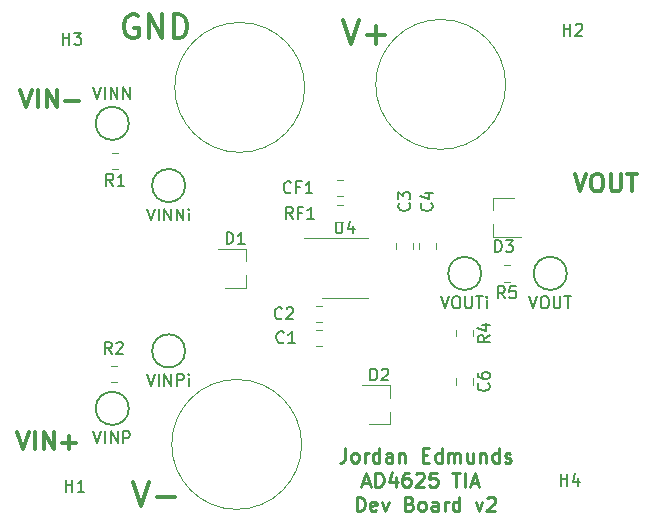
<source format=gbr>
%TF.GenerationSoftware,KiCad,Pcbnew,(5.1.6-0-10_14)*%
%TF.CreationDate,2020-10-22T07:10:05-07:00*%
%TF.ProjectId,tia_dev_board,7469615f-6465-4765-9f62-6f6172642e6b,rev?*%
%TF.SameCoordinates,Original*%
%TF.FileFunction,Legend,Top*%
%TF.FilePolarity,Positive*%
%FSLAX46Y46*%
G04 Gerber Fmt 4.6, Leading zero omitted, Abs format (unit mm)*
G04 Created by KiCad (PCBNEW (5.1.6-0-10_14)) date 2020-10-22 07:10:05*
%MOMM*%
%LPD*%
G01*
G04 APERTURE LIST*
%ADD10C,0.300000*%
%ADD11C,0.250000*%
%ADD12C,0.120000*%
%ADD13C,0.150000*%
G04 APERTURE END LIST*
D10*
X188365142Y-82998571D02*
X188865142Y-84498571D01*
X189365142Y-82998571D01*
X190150857Y-82998571D02*
X190436571Y-82998571D01*
X190579428Y-83070000D01*
X190722285Y-83212857D01*
X190793714Y-83498571D01*
X190793714Y-83998571D01*
X190722285Y-84284285D01*
X190579428Y-84427142D01*
X190436571Y-84498571D01*
X190150857Y-84498571D01*
X190008000Y-84427142D01*
X189865142Y-84284285D01*
X189793714Y-83998571D01*
X189793714Y-83498571D01*
X189865142Y-83212857D01*
X190008000Y-83070000D01*
X190150857Y-82998571D01*
X191436571Y-82998571D02*
X191436571Y-84212857D01*
X191508000Y-84355714D01*
X191579428Y-84427142D01*
X191722285Y-84498571D01*
X192008000Y-84498571D01*
X192150857Y-84427142D01*
X192222285Y-84355714D01*
X192293714Y-84212857D01*
X192293714Y-82998571D01*
X192793714Y-82998571D02*
X193650857Y-82998571D01*
X193222285Y-84498571D02*
X193222285Y-82998571D01*
X141192571Y-104842571D02*
X141692571Y-106342571D01*
X142192571Y-104842571D01*
X142692571Y-106342571D02*
X142692571Y-104842571D01*
X143406857Y-106342571D02*
X143406857Y-104842571D01*
X144264000Y-106342571D01*
X144264000Y-104842571D01*
X144978285Y-105771142D02*
X146121142Y-105771142D01*
X145549714Y-106342571D02*
X145549714Y-105199714D01*
X141446571Y-75886571D02*
X141946571Y-77386571D01*
X142446571Y-75886571D01*
X142946571Y-77386571D02*
X142946571Y-75886571D01*
X143660857Y-77386571D02*
X143660857Y-75886571D01*
X144518000Y-77386571D01*
X144518000Y-75886571D01*
X145232285Y-76815142D02*
X146375142Y-76815142D01*
D11*
X168939428Y-106258857D02*
X168939428Y-107116000D01*
X168882285Y-107287428D01*
X168768000Y-107401714D01*
X168596571Y-107458857D01*
X168482285Y-107458857D01*
X169682285Y-107458857D02*
X169568000Y-107401714D01*
X169510857Y-107344571D01*
X169453714Y-107230285D01*
X169453714Y-106887428D01*
X169510857Y-106773142D01*
X169568000Y-106716000D01*
X169682285Y-106658857D01*
X169853714Y-106658857D01*
X169968000Y-106716000D01*
X170025142Y-106773142D01*
X170082285Y-106887428D01*
X170082285Y-107230285D01*
X170025142Y-107344571D01*
X169968000Y-107401714D01*
X169853714Y-107458857D01*
X169682285Y-107458857D01*
X170596571Y-107458857D02*
X170596571Y-106658857D01*
X170596571Y-106887428D02*
X170653714Y-106773142D01*
X170710857Y-106716000D01*
X170825142Y-106658857D01*
X170939428Y-106658857D01*
X171853714Y-107458857D02*
X171853714Y-106258857D01*
X171853714Y-107401714D02*
X171739428Y-107458857D01*
X171510857Y-107458857D01*
X171396571Y-107401714D01*
X171339428Y-107344571D01*
X171282285Y-107230285D01*
X171282285Y-106887428D01*
X171339428Y-106773142D01*
X171396571Y-106716000D01*
X171510857Y-106658857D01*
X171739428Y-106658857D01*
X171853714Y-106716000D01*
X172939428Y-107458857D02*
X172939428Y-106830285D01*
X172882285Y-106716000D01*
X172768000Y-106658857D01*
X172539428Y-106658857D01*
X172425142Y-106716000D01*
X172939428Y-107401714D02*
X172825142Y-107458857D01*
X172539428Y-107458857D01*
X172425142Y-107401714D01*
X172368000Y-107287428D01*
X172368000Y-107173142D01*
X172425142Y-107058857D01*
X172539428Y-107001714D01*
X172825142Y-107001714D01*
X172939428Y-106944571D01*
X173510857Y-106658857D02*
X173510857Y-107458857D01*
X173510857Y-106773142D02*
X173568000Y-106716000D01*
X173682285Y-106658857D01*
X173853714Y-106658857D01*
X173968000Y-106716000D01*
X174025142Y-106830285D01*
X174025142Y-107458857D01*
X175510857Y-106830285D02*
X175910857Y-106830285D01*
X176082285Y-107458857D02*
X175510857Y-107458857D01*
X175510857Y-106258857D01*
X176082285Y-106258857D01*
X177110857Y-107458857D02*
X177110857Y-106258857D01*
X177110857Y-107401714D02*
X176996571Y-107458857D01*
X176768000Y-107458857D01*
X176653714Y-107401714D01*
X176596571Y-107344571D01*
X176539428Y-107230285D01*
X176539428Y-106887428D01*
X176596571Y-106773142D01*
X176653714Y-106716000D01*
X176768000Y-106658857D01*
X176996571Y-106658857D01*
X177110857Y-106716000D01*
X177682285Y-107458857D02*
X177682285Y-106658857D01*
X177682285Y-106773142D02*
X177739428Y-106716000D01*
X177853714Y-106658857D01*
X178025142Y-106658857D01*
X178139428Y-106716000D01*
X178196571Y-106830285D01*
X178196571Y-107458857D01*
X178196571Y-106830285D02*
X178253714Y-106716000D01*
X178368000Y-106658857D01*
X178539428Y-106658857D01*
X178653714Y-106716000D01*
X178710857Y-106830285D01*
X178710857Y-107458857D01*
X179796571Y-106658857D02*
X179796571Y-107458857D01*
X179282285Y-106658857D02*
X179282285Y-107287428D01*
X179339428Y-107401714D01*
X179453714Y-107458857D01*
X179625142Y-107458857D01*
X179739428Y-107401714D01*
X179796571Y-107344571D01*
X180368000Y-106658857D02*
X180368000Y-107458857D01*
X180368000Y-106773142D02*
X180425142Y-106716000D01*
X180539428Y-106658857D01*
X180710857Y-106658857D01*
X180825142Y-106716000D01*
X180882285Y-106830285D01*
X180882285Y-107458857D01*
X181968000Y-107458857D02*
X181968000Y-106258857D01*
X181968000Y-107401714D02*
X181853714Y-107458857D01*
X181625142Y-107458857D01*
X181510857Y-107401714D01*
X181453714Y-107344571D01*
X181396571Y-107230285D01*
X181396571Y-106887428D01*
X181453714Y-106773142D01*
X181510857Y-106716000D01*
X181625142Y-106658857D01*
X181853714Y-106658857D01*
X181968000Y-106716000D01*
X182482285Y-107401714D02*
X182596571Y-107458857D01*
X182825142Y-107458857D01*
X182939428Y-107401714D01*
X182996571Y-107287428D01*
X182996571Y-107230285D01*
X182939428Y-107116000D01*
X182825142Y-107058857D01*
X182653714Y-107058857D01*
X182539428Y-107001714D01*
X182482285Y-106887428D01*
X182482285Y-106830285D01*
X182539428Y-106716000D01*
X182653714Y-106658857D01*
X182825142Y-106658857D01*
X182939428Y-106716000D01*
X170425142Y-109166000D02*
X170996571Y-109166000D01*
X170310857Y-109508857D02*
X170710857Y-108308857D01*
X171110857Y-109508857D01*
X171510857Y-109508857D02*
X171510857Y-108308857D01*
X171796571Y-108308857D01*
X171968000Y-108366000D01*
X172082285Y-108480285D01*
X172139428Y-108594571D01*
X172196571Y-108823142D01*
X172196571Y-108994571D01*
X172139428Y-109223142D01*
X172082285Y-109337428D01*
X171968000Y-109451714D01*
X171796571Y-109508857D01*
X171510857Y-109508857D01*
X173225142Y-108708857D02*
X173225142Y-109508857D01*
X172939428Y-108251714D02*
X172653714Y-109108857D01*
X173396571Y-109108857D01*
X174368000Y-108308857D02*
X174139428Y-108308857D01*
X174025142Y-108366000D01*
X173968000Y-108423142D01*
X173853714Y-108594571D01*
X173796571Y-108823142D01*
X173796571Y-109280285D01*
X173853714Y-109394571D01*
X173910857Y-109451714D01*
X174025142Y-109508857D01*
X174253714Y-109508857D01*
X174368000Y-109451714D01*
X174425142Y-109394571D01*
X174482285Y-109280285D01*
X174482285Y-108994571D01*
X174425142Y-108880285D01*
X174368000Y-108823142D01*
X174253714Y-108766000D01*
X174025142Y-108766000D01*
X173910857Y-108823142D01*
X173853714Y-108880285D01*
X173796571Y-108994571D01*
X174939428Y-108423142D02*
X174996571Y-108366000D01*
X175110857Y-108308857D01*
X175396571Y-108308857D01*
X175510857Y-108366000D01*
X175568000Y-108423142D01*
X175625142Y-108537428D01*
X175625142Y-108651714D01*
X175568000Y-108823142D01*
X174882285Y-109508857D01*
X175625142Y-109508857D01*
X176710857Y-108308857D02*
X176139428Y-108308857D01*
X176082285Y-108880285D01*
X176139428Y-108823142D01*
X176253714Y-108766000D01*
X176539428Y-108766000D01*
X176653714Y-108823142D01*
X176710857Y-108880285D01*
X176768000Y-108994571D01*
X176768000Y-109280285D01*
X176710857Y-109394571D01*
X176653714Y-109451714D01*
X176539428Y-109508857D01*
X176253714Y-109508857D01*
X176139428Y-109451714D01*
X176082285Y-109394571D01*
X178025142Y-108308857D02*
X178710857Y-108308857D01*
X178368000Y-109508857D02*
X178368000Y-108308857D01*
X179110857Y-109508857D02*
X179110857Y-108308857D01*
X179625142Y-109166000D02*
X180196571Y-109166000D01*
X179510857Y-109508857D02*
X179910857Y-108308857D01*
X180310857Y-109508857D01*
X169939428Y-111558857D02*
X169939428Y-110358857D01*
X170225142Y-110358857D01*
X170396571Y-110416000D01*
X170510857Y-110530285D01*
X170568000Y-110644571D01*
X170625142Y-110873142D01*
X170625142Y-111044571D01*
X170568000Y-111273142D01*
X170510857Y-111387428D01*
X170396571Y-111501714D01*
X170225142Y-111558857D01*
X169939428Y-111558857D01*
X171596571Y-111501714D02*
X171482285Y-111558857D01*
X171253714Y-111558857D01*
X171139428Y-111501714D01*
X171082285Y-111387428D01*
X171082285Y-110930285D01*
X171139428Y-110816000D01*
X171253714Y-110758857D01*
X171482285Y-110758857D01*
X171596571Y-110816000D01*
X171653714Y-110930285D01*
X171653714Y-111044571D01*
X171082285Y-111158857D01*
X172053714Y-110758857D02*
X172339428Y-111558857D01*
X172625142Y-110758857D01*
X174396571Y-110930285D02*
X174568000Y-110987428D01*
X174625142Y-111044571D01*
X174682285Y-111158857D01*
X174682285Y-111330285D01*
X174625142Y-111444571D01*
X174568000Y-111501714D01*
X174453714Y-111558857D01*
X173996571Y-111558857D01*
X173996571Y-110358857D01*
X174396571Y-110358857D01*
X174510857Y-110416000D01*
X174568000Y-110473142D01*
X174625142Y-110587428D01*
X174625142Y-110701714D01*
X174568000Y-110816000D01*
X174510857Y-110873142D01*
X174396571Y-110930285D01*
X173996571Y-110930285D01*
X175368000Y-111558857D02*
X175253714Y-111501714D01*
X175196571Y-111444571D01*
X175139428Y-111330285D01*
X175139428Y-110987428D01*
X175196571Y-110873142D01*
X175253714Y-110816000D01*
X175368000Y-110758857D01*
X175539428Y-110758857D01*
X175653714Y-110816000D01*
X175710857Y-110873142D01*
X175768000Y-110987428D01*
X175768000Y-111330285D01*
X175710857Y-111444571D01*
X175653714Y-111501714D01*
X175539428Y-111558857D01*
X175368000Y-111558857D01*
X176796571Y-111558857D02*
X176796571Y-110930285D01*
X176739428Y-110816000D01*
X176625142Y-110758857D01*
X176396571Y-110758857D01*
X176282285Y-110816000D01*
X176796571Y-111501714D02*
X176682285Y-111558857D01*
X176396571Y-111558857D01*
X176282285Y-111501714D01*
X176225142Y-111387428D01*
X176225142Y-111273142D01*
X176282285Y-111158857D01*
X176396571Y-111101714D01*
X176682285Y-111101714D01*
X176796571Y-111044571D01*
X177368000Y-111558857D02*
X177368000Y-110758857D01*
X177368000Y-110987428D02*
X177425142Y-110873142D01*
X177482285Y-110816000D01*
X177596571Y-110758857D01*
X177710857Y-110758857D01*
X178625142Y-111558857D02*
X178625142Y-110358857D01*
X178625142Y-111501714D02*
X178510857Y-111558857D01*
X178282285Y-111558857D01*
X178168000Y-111501714D01*
X178110857Y-111444571D01*
X178053714Y-111330285D01*
X178053714Y-110987428D01*
X178110857Y-110873142D01*
X178168000Y-110816000D01*
X178282285Y-110758857D01*
X178510857Y-110758857D01*
X178625142Y-110816000D01*
X179996571Y-110758857D02*
X180282285Y-111558857D01*
X180568000Y-110758857D01*
X180968000Y-110473142D02*
X181025142Y-110416000D01*
X181139428Y-110358857D01*
X181425142Y-110358857D01*
X181539428Y-110416000D01*
X181596571Y-110473142D01*
X181653714Y-110587428D01*
X181653714Y-110701714D01*
X181596571Y-110873142D01*
X180910857Y-111558857D01*
X181653714Y-111558857D01*
D10*
X151003238Y-109140761D02*
X151669904Y-111140761D01*
X152336571Y-109140761D01*
X153003238Y-110378857D02*
X154527047Y-110378857D01*
X168783238Y-70024761D02*
X169449904Y-72024761D01*
X170116571Y-70024761D01*
X170783238Y-71262857D02*
X172307047Y-71262857D01*
X171545142Y-72024761D02*
X171545142Y-70500952D01*
X151384190Y-69612000D02*
X151193714Y-69516761D01*
X150908000Y-69516761D01*
X150622285Y-69612000D01*
X150431809Y-69802476D01*
X150336571Y-69992952D01*
X150241333Y-70373904D01*
X150241333Y-70659619D01*
X150336571Y-71040571D01*
X150431809Y-71231047D01*
X150622285Y-71421523D01*
X150908000Y-71516761D01*
X151098476Y-71516761D01*
X151384190Y-71421523D01*
X151479428Y-71326285D01*
X151479428Y-70659619D01*
X151098476Y-70659619D01*
X152336571Y-71516761D02*
X152336571Y-69516761D01*
X153479428Y-71516761D01*
X153479428Y-69516761D01*
X154431809Y-71516761D02*
X154431809Y-69516761D01*
X154908000Y-69516761D01*
X155193714Y-69612000D01*
X155384190Y-69802476D01*
X155479428Y-69992952D01*
X155574666Y-70373904D01*
X155574666Y-70659619D01*
X155479428Y-71040571D01*
X155384190Y-71231047D01*
X155193714Y-71421523D01*
X154908000Y-71516761D01*
X154431809Y-71516761D01*
D12*
%TO.C,U4*%
X168910000Y-88440000D02*
X165460000Y-88440000D01*
X168910000Y-88440000D02*
X170860000Y-88440000D01*
X168910000Y-93560000D02*
X166960000Y-93560000D01*
X168910000Y-93560000D02*
X170860000Y-93560000D01*
%TO.C,U3*%
X165266000Y-105918000D02*
G75*
G03*
X165266000Y-105918000I-5500000J0D01*
G01*
%TO.C,U2*%
X165520000Y-75692000D02*
G75*
G03*
X165520000Y-75692000I-5500000J0D01*
G01*
%TO.C,U1*%
X182538000Y-75438000D02*
G75*
G03*
X182538000Y-75438000I-5500000J0D01*
G01*
D13*
%TO.C,TP6*%
X187709000Y-91440000D02*
G75*
G03*
X187709000Y-91440000I-1400000J0D01*
G01*
%TO.C,TP5*%
X180470000Y-91440000D02*
G75*
G03*
X180470000Y-91440000I-1400000J0D01*
G01*
%TO.C,TP4*%
X155400000Y-84000000D02*
G75*
G03*
X155400000Y-84000000I-1400000J0D01*
G01*
%TO.C,TP3*%
X155400000Y-98000000D02*
G75*
G03*
X155400000Y-98000000I-1400000J0D01*
G01*
%TO.C,TP2*%
X150625000Y-78740000D02*
G75*
G03*
X150625000Y-78740000I-1400000J0D01*
G01*
%TO.C,TP1*%
X150625000Y-102870000D02*
G75*
G03*
X150625000Y-102870000I-1400000J0D01*
G01*
D12*
%TO.C,R5*%
X182896252Y-90730000D02*
X182373748Y-90730000D01*
X182896252Y-92150000D02*
X182373748Y-92150000D01*
%TO.C,R4*%
X178360000Y-96249748D02*
X178360000Y-96772252D01*
X179780000Y-96249748D02*
X179780000Y-96772252D01*
%TO.C,RF1*%
X168781252Y-85650000D02*
X168258748Y-85650000D01*
X168781252Y-87070000D02*
X168258748Y-87070000D01*
%TO.C,R2*%
X149604252Y-99239000D02*
X149081748Y-99239000D01*
X149604252Y-100659000D02*
X149081748Y-100659000D01*
%TO.C,R1*%
X149731252Y-81205000D02*
X149208748Y-81205000D01*
X149731252Y-82625000D02*
X149208748Y-82625000D01*
%TO.C,D3*%
X181423000Y-85030000D02*
X181423000Y-86080000D01*
X183223000Y-85030000D02*
X181423000Y-85030000D01*
X181423000Y-88330000D02*
X181423000Y-87280000D01*
X183823000Y-88330000D02*
X181423000Y-88330000D01*
%TO.C,D2*%
X172780000Y-104200000D02*
X172780000Y-103150000D01*
X170980000Y-104200000D02*
X172780000Y-104200000D01*
X172780000Y-100900000D02*
X172780000Y-101950000D01*
X170380000Y-100900000D02*
X172780000Y-100900000D01*
%TO.C,D1*%
X160590000Y-92650000D02*
X160590000Y-91600000D01*
X158790000Y-92650000D02*
X160590000Y-92650000D01*
X160590000Y-89350000D02*
X160590000Y-90400000D01*
X158190000Y-89350000D02*
X160590000Y-89350000D01*
%TO.C,C6*%
X178360000Y-100331748D02*
X178360000Y-100854252D01*
X179780000Y-100331748D02*
X179780000Y-100854252D01*
%TO.C,CF1*%
X168781252Y-83491000D02*
X168258748Y-83491000D01*
X168781252Y-84911000D02*
X168258748Y-84911000D01*
%TO.C,C4*%
X175185000Y-88883748D02*
X175185000Y-89406252D01*
X176605000Y-88883748D02*
X176605000Y-89406252D01*
%TO.C,C3*%
X173280000Y-88883748D02*
X173280000Y-89406252D01*
X174700000Y-88883748D02*
X174700000Y-89406252D01*
%TO.C,C2*%
X166438748Y-95579000D02*
X166961252Y-95579000D01*
X166438748Y-94159000D02*
X166961252Y-94159000D01*
%TO.C,C1*%
X166438748Y-97611000D02*
X166961252Y-97611000D01*
X166438748Y-96191000D02*
X166961252Y-96191000D01*
%TO.C,U4*%
D13*
X168148095Y-87052380D02*
X168148095Y-87861904D01*
X168195714Y-87957142D01*
X168243333Y-88004761D01*
X168338571Y-88052380D01*
X168529047Y-88052380D01*
X168624285Y-88004761D01*
X168671904Y-87957142D01*
X168719523Y-87861904D01*
X168719523Y-87052380D01*
X169624285Y-87385714D02*
X169624285Y-88052380D01*
X169386190Y-87004761D02*
X169148095Y-87719047D01*
X169767142Y-87719047D01*
%TO.C,TP6*%
X184547095Y-93392380D02*
X184880428Y-94392380D01*
X185213761Y-93392380D01*
X185737571Y-93392380D02*
X185928047Y-93392380D01*
X186023285Y-93440000D01*
X186118523Y-93535238D01*
X186166142Y-93725714D01*
X186166142Y-94059047D01*
X186118523Y-94249523D01*
X186023285Y-94344761D01*
X185928047Y-94392380D01*
X185737571Y-94392380D01*
X185642333Y-94344761D01*
X185547095Y-94249523D01*
X185499476Y-94059047D01*
X185499476Y-93725714D01*
X185547095Y-93535238D01*
X185642333Y-93440000D01*
X185737571Y-93392380D01*
X186594714Y-93392380D02*
X186594714Y-94201904D01*
X186642333Y-94297142D01*
X186689952Y-94344761D01*
X186785190Y-94392380D01*
X186975666Y-94392380D01*
X187070904Y-94344761D01*
X187118523Y-94297142D01*
X187166142Y-94201904D01*
X187166142Y-93392380D01*
X187499476Y-93392380D02*
X188070904Y-93392380D01*
X187785190Y-94392380D02*
X187785190Y-93392380D01*
%TO.C,TP5*%
X177070000Y-93392380D02*
X177403333Y-94392380D01*
X177736666Y-93392380D01*
X178260476Y-93392380D02*
X178450952Y-93392380D01*
X178546190Y-93440000D01*
X178641428Y-93535238D01*
X178689047Y-93725714D01*
X178689047Y-94059047D01*
X178641428Y-94249523D01*
X178546190Y-94344761D01*
X178450952Y-94392380D01*
X178260476Y-94392380D01*
X178165238Y-94344761D01*
X178070000Y-94249523D01*
X178022380Y-94059047D01*
X178022380Y-93725714D01*
X178070000Y-93535238D01*
X178165238Y-93440000D01*
X178260476Y-93392380D01*
X179117619Y-93392380D02*
X179117619Y-94201904D01*
X179165238Y-94297142D01*
X179212857Y-94344761D01*
X179308095Y-94392380D01*
X179498571Y-94392380D01*
X179593809Y-94344761D01*
X179641428Y-94297142D01*
X179689047Y-94201904D01*
X179689047Y-93392380D01*
X180022380Y-93392380D02*
X180593809Y-93392380D01*
X180308095Y-94392380D02*
X180308095Y-93392380D01*
X180927142Y-94392380D02*
X180927142Y-93725714D01*
X180927142Y-93392380D02*
X180879523Y-93440000D01*
X180927142Y-93487619D01*
X180974761Y-93440000D01*
X180927142Y-93392380D01*
X180927142Y-93487619D01*
%TO.C,TP4*%
X152142857Y-85952380D02*
X152476190Y-86952380D01*
X152809523Y-85952380D01*
X153142857Y-86952380D02*
X153142857Y-85952380D01*
X153619047Y-86952380D02*
X153619047Y-85952380D01*
X154190476Y-86952380D01*
X154190476Y-85952380D01*
X154666666Y-86952380D02*
X154666666Y-85952380D01*
X155238095Y-86952380D01*
X155238095Y-85952380D01*
X155714285Y-86952380D02*
X155714285Y-86285714D01*
X155714285Y-85952380D02*
X155666666Y-86000000D01*
X155714285Y-86047619D01*
X155761904Y-86000000D01*
X155714285Y-85952380D01*
X155714285Y-86047619D01*
%TO.C,TP3*%
X152166666Y-99952380D02*
X152500000Y-100952380D01*
X152833333Y-99952380D01*
X153166666Y-100952380D02*
X153166666Y-99952380D01*
X153642857Y-100952380D02*
X153642857Y-99952380D01*
X154214285Y-100952380D01*
X154214285Y-99952380D01*
X154690476Y-100952380D02*
X154690476Y-99952380D01*
X155071428Y-99952380D01*
X155166666Y-100000000D01*
X155214285Y-100047619D01*
X155261904Y-100142857D01*
X155261904Y-100285714D01*
X155214285Y-100380952D01*
X155166666Y-100428571D01*
X155071428Y-100476190D01*
X154690476Y-100476190D01*
X155690476Y-100952380D02*
X155690476Y-100285714D01*
X155690476Y-99952380D02*
X155642857Y-100000000D01*
X155690476Y-100047619D01*
X155738095Y-100000000D01*
X155690476Y-99952380D01*
X155690476Y-100047619D01*
%TO.C,TP2*%
X147605952Y-75652380D02*
X147939285Y-76652380D01*
X148272619Y-75652380D01*
X148605952Y-76652380D02*
X148605952Y-75652380D01*
X149082142Y-76652380D02*
X149082142Y-75652380D01*
X149653571Y-76652380D01*
X149653571Y-75652380D01*
X150129761Y-76652380D02*
X150129761Y-75652380D01*
X150701190Y-76652380D01*
X150701190Y-75652380D01*
%TO.C,TP1*%
X147629761Y-104822380D02*
X147963095Y-105822380D01*
X148296428Y-104822380D01*
X148629761Y-105822380D02*
X148629761Y-104822380D01*
X149105952Y-105822380D02*
X149105952Y-104822380D01*
X149677380Y-105822380D01*
X149677380Y-104822380D01*
X150153571Y-105822380D02*
X150153571Y-104822380D01*
X150534523Y-104822380D01*
X150629761Y-104870000D01*
X150677380Y-104917619D01*
X150725000Y-105012857D01*
X150725000Y-105155714D01*
X150677380Y-105250952D01*
X150629761Y-105298571D01*
X150534523Y-105346190D01*
X150153571Y-105346190D01*
%TO.C,R5*%
X182468333Y-93542380D02*
X182135000Y-93066190D01*
X181896904Y-93542380D02*
X181896904Y-92542380D01*
X182277857Y-92542380D01*
X182373095Y-92590000D01*
X182420714Y-92637619D01*
X182468333Y-92732857D01*
X182468333Y-92875714D01*
X182420714Y-92970952D01*
X182373095Y-93018571D01*
X182277857Y-93066190D01*
X181896904Y-93066190D01*
X183373095Y-92542380D02*
X182896904Y-92542380D01*
X182849285Y-93018571D01*
X182896904Y-92970952D01*
X182992142Y-92923333D01*
X183230238Y-92923333D01*
X183325476Y-92970952D01*
X183373095Y-93018571D01*
X183420714Y-93113809D01*
X183420714Y-93351904D01*
X183373095Y-93447142D01*
X183325476Y-93494761D01*
X183230238Y-93542380D01*
X182992142Y-93542380D01*
X182896904Y-93494761D01*
X182849285Y-93447142D01*
%TO.C,R4*%
X181172380Y-96677666D02*
X180696190Y-97011000D01*
X181172380Y-97249095D02*
X180172380Y-97249095D01*
X180172380Y-96868142D01*
X180220000Y-96772904D01*
X180267619Y-96725285D01*
X180362857Y-96677666D01*
X180505714Y-96677666D01*
X180600952Y-96725285D01*
X180648571Y-96772904D01*
X180696190Y-96868142D01*
X180696190Y-97249095D01*
X180505714Y-95820523D02*
X181172380Y-95820523D01*
X180124761Y-96058619D02*
X180839047Y-96296714D01*
X180839047Y-95677666D01*
%TO.C,RF1*%
X164504761Y-86812380D02*
X164171428Y-86336190D01*
X163933333Y-86812380D02*
X163933333Y-85812380D01*
X164314285Y-85812380D01*
X164409523Y-85860000D01*
X164457142Y-85907619D01*
X164504761Y-86002857D01*
X164504761Y-86145714D01*
X164457142Y-86240952D01*
X164409523Y-86288571D01*
X164314285Y-86336190D01*
X163933333Y-86336190D01*
X165266666Y-86288571D02*
X164933333Y-86288571D01*
X164933333Y-86812380D02*
X164933333Y-85812380D01*
X165409523Y-85812380D01*
X166314285Y-86812380D02*
X165742857Y-86812380D01*
X166028571Y-86812380D02*
X166028571Y-85812380D01*
X165933333Y-85955238D01*
X165838095Y-86050476D01*
X165742857Y-86098095D01*
%TO.C,R2*%
X149176333Y-98251380D02*
X148843000Y-97775190D01*
X148604904Y-98251380D02*
X148604904Y-97251380D01*
X148985857Y-97251380D01*
X149081095Y-97299000D01*
X149128714Y-97346619D01*
X149176333Y-97441857D01*
X149176333Y-97584714D01*
X149128714Y-97679952D01*
X149081095Y-97727571D01*
X148985857Y-97775190D01*
X148604904Y-97775190D01*
X149557285Y-97346619D02*
X149604904Y-97299000D01*
X149700142Y-97251380D01*
X149938238Y-97251380D01*
X150033476Y-97299000D01*
X150081095Y-97346619D01*
X150128714Y-97441857D01*
X150128714Y-97537095D01*
X150081095Y-97679952D01*
X149509666Y-98251380D01*
X150128714Y-98251380D01*
%TO.C,R1*%
X149303333Y-84017380D02*
X148970000Y-83541190D01*
X148731904Y-84017380D02*
X148731904Y-83017380D01*
X149112857Y-83017380D01*
X149208095Y-83065000D01*
X149255714Y-83112619D01*
X149303333Y-83207857D01*
X149303333Y-83350714D01*
X149255714Y-83445952D01*
X149208095Y-83493571D01*
X149112857Y-83541190D01*
X148731904Y-83541190D01*
X150255714Y-84017380D02*
X149684285Y-84017380D01*
X149970000Y-84017380D02*
X149970000Y-83017380D01*
X149874761Y-83160238D01*
X149779523Y-83255476D01*
X149684285Y-83303095D01*
%TO.C,H4*%
X187198095Y-109410380D02*
X187198095Y-108410380D01*
X187198095Y-108886571D02*
X187769523Y-108886571D01*
X187769523Y-109410380D02*
X187769523Y-108410380D01*
X188674285Y-108743714D02*
X188674285Y-109410380D01*
X188436190Y-108362761D02*
X188198095Y-109077047D01*
X188817142Y-109077047D01*
%TO.C,H3*%
X145034095Y-72072380D02*
X145034095Y-71072380D01*
X145034095Y-71548571D02*
X145605523Y-71548571D01*
X145605523Y-72072380D02*
X145605523Y-71072380D01*
X145986476Y-71072380D02*
X146605523Y-71072380D01*
X146272190Y-71453333D01*
X146415047Y-71453333D01*
X146510285Y-71500952D01*
X146557904Y-71548571D01*
X146605523Y-71643809D01*
X146605523Y-71881904D01*
X146557904Y-71977142D01*
X146510285Y-72024761D01*
X146415047Y-72072380D01*
X146129333Y-72072380D01*
X146034095Y-72024761D01*
X145986476Y-71977142D01*
%TO.C,H2*%
X187452095Y-71310380D02*
X187452095Y-70310380D01*
X187452095Y-70786571D02*
X188023523Y-70786571D01*
X188023523Y-71310380D02*
X188023523Y-70310380D01*
X188452095Y-70405619D02*
X188499714Y-70358000D01*
X188594952Y-70310380D01*
X188833047Y-70310380D01*
X188928285Y-70358000D01*
X188975904Y-70405619D01*
X189023523Y-70500857D01*
X189023523Y-70596095D01*
X188975904Y-70738952D01*
X188404476Y-71310380D01*
X189023523Y-71310380D01*
%TO.C,H1*%
X145288095Y-109918380D02*
X145288095Y-108918380D01*
X145288095Y-109394571D02*
X145859523Y-109394571D01*
X145859523Y-109918380D02*
X145859523Y-108918380D01*
X146859523Y-109918380D02*
X146288095Y-109918380D01*
X146573809Y-109918380D02*
X146573809Y-108918380D01*
X146478571Y-109061238D01*
X146383333Y-109156476D01*
X146288095Y-109204095D01*
%TO.C,D3*%
X181634904Y-89632380D02*
X181634904Y-88632380D01*
X181873000Y-88632380D01*
X182015857Y-88680000D01*
X182111095Y-88775238D01*
X182158714Y-88870476D01*
X182206333Y-89060952D01*
X182206333Y-89203809D01*
X182158714Y-89394285D01*
X182111095Y-89489523D01*
X182015857Y-89584761D01*
X181873000Y-89632380D01*
X181634904Y-89632380D01*
X182539666Y-88632380D02*
X183158714Y-88632380D01*
X182825380Y-89013333D01*
X182968238Y-89013333D01*
X183063476Y-89060952D01*
X183111095Y-89108571D01*
X183158714Y-89203809D01*
X183158714Y-89441904D01*
X183111095Y-89537142D01*
X183063476Y-89584761D01*
X182968238Y-89632380D01*
X182682523Y-89632380D01*
X182587285Y-89584761D01*
X182539666Y-89537142D01*
%TO.C,D2*%
X171091904Y-100502380D02*
X171091904Y-99502380D01*
X171330000Y-99502380D01*
X171472857Y-99550000D01*
X171568095Y-99645238D01*
X171615714Y-99740476D01*
X171663333Y-99930952D01*
X171663333Y-100073809D01*
X171615714Y-100264285D01*
X171568095Y-100359523D01*
X171472857Y-100454761D01*
X171330000Y-100502380D01*
X171091904Y-100502380D01*
X172044285Y-99597619D02*
X172091904Y-99550000D01*
X172187142Y-99502380D01*
X172425238Y-99502380D01*
X172520476Y-99550000D01*
X172568095Y-99597619D01*
X172615714Y-99692857D01*
X172615714Y-99788095D01*
X172568095Y-99930952D01*
X171996666Y-100502380D01*
X172615714Y-100502380D01*
%TO.C,D1*%
X158901904Y-88952380D02*
X158901904Y-87952380D01*
X159140000Y-87952380D01*
X159282857Y-88000000D01*
X159378095Y-88095238D01*
X159425714Y-88190476D01*
X159473333Y-88380952D01*
X159473333Y-88523809D01*
X159425714Y-88714285D01*
X159378095Y-88809523D01*
X159282857Y-88904761D01*
X159140000Y-88952380D01*
X158901904Y-88952380D01*
X160425714Y-88952380D02*
X159854285Y-88952380D01*
X160140000Y-88952380D02*
X160140000Y-87952380D01*
X160044761Y-88095238D01*
X159949523Y-88190476D01*
X159854285Y-88238095D01*
%TO.C,C6*%
X181077142Y-100759666D02*
X181124761Y-100807285D01*
X181172380Y-100950142D01*
X181172380Y-101045380D01*
X181124761Y-101188238D01*
X181029523Y-101283476D01*
X180934285Y-101331095D01*
X180743809Y-101378714D01*
X180600952Y-101378714D01*
X180410476Y-101331095D01*
X180315238Y-101283476D01*
X180220000Y-101188238D01*
X180172380Y-101045380D01*
X180172380Y-100950142D01*
X180220000Y-100807285D01*
X180267619Y-100759666D01*
X180172380Y-99902523D02*
X180172380Y-100093000D01*
X180220000Y-100188238D01*
X180267619Y-100235857D01*
X180410476Y-100331095D01*
X180600952Y-100378714D01*
X180981904Y-100378714D01*
X181077142Y-100331095D01*
X181124761Y-100283476D01*
X181172380Y-100188238D01*
X181172380Y-99997761D01*
X181124761Y-99902523D01*
X181077142Y-99854904D01*
X180981904Y-99807285D01*
X180743809Y-99807285D01*
X180648571Y-99854904D01*
X180600952Y-99902523D01*
X180553333Y-99997761D01*
X180553333Y-100188238D01*
X180600952Y-100283476D01*
X180648571Y-100331095D01*
X180743809Y-100378714D01*
%TO.C,CF1*%
X164359761Y-84558142D02*
X164312142Y-84605761D01*
X164169285Y-84653380D01*
X164074047Y-84653380D01*
X163931190Y-84605761D01*
X163835952Y-84510523D01*
X163788333Y-84415285D01*
X163740714Y-84224809D01*
X163740714Y-84081952D01*
X163788333Y-83891476D01*
X163835952Y-83796238D01*
X163931190Y-83701000D01*
X164074047Y-83653380D01*
X164169285Y-83653380D01*
X164312142Y-83701000D01*
X164359761Y-83748619D01*
X165121666Y-84129571D02*
X164788333Y-84129571D01*
X164788333Y-84653380D02*
X164788333Y-83653380D01*
X165264523Y-83653380D01*
X166169285Y-84653380D02*
X165597857Y-84653380D01*
X165883571Y-84653380D02*
X165883571Y-83653380D01*
X165788333Y-83796238D01*
X165693095Y-83891476D01*
X165597857Y-83939095D01*
%TO.C,C4*%
X176252142Y-85510666D02*
X176299761Y-85558285D01*
X176347380Y-85701142D01*
X176347380Y-85796380D01*
X176299761Y-85939238D01*
X176204523Y-86034476D01*
X176109285Y-86082095D01*
X175918809Y-86129714D01*
X175775952Y-86129714D01*
X175585476Y-86082095D01*
X175490238Y-86034476D01*
X175395000Y-85939238D01*
X175347380Y-85796380D01*
X175347380Y-85701142D01*
X175395000Y-85558285D01*
X175442619Y-85510666D01*
X175680714Y-84653523D02*
X176347380Y-84653523D01*
X175299761Y-84891619D02*
X176014047Y-85129714D01*
X176014047Y-84510666D01*
%TO.C,C3*%
X174347142Y-85510666D02*
X174394761Y-85558285D01*
X174442380Y-85701142D01*
X174442380Y-85796380D01*
X174394761Y-85939238D01*
X174299523Y-86034476D01*
X174204285Y-86082095D01*
X174013809Y-86129714D01*
X173870952Y-86129714D01*
X173680476Y-86082095D01*
X173585238Y-86034476D01*
X173490000Y-85939238D01*
X173442380Y-85796380D01*
X173442380Y-85701142D01*
X173490000Y-85558285D01*
X173537619Y-85510666D01*
X173442380Y-85177333D02*
X173442380Y-84558285D01*
X173823333Y-84891619D01*
X173823333Y-84748761D01*
X173870952Y-84653523D01*
X173918571Y-84605904D01*
X174013809Y-84558285D01*
X174251904Y-84558285D01*
X174347142Y-84605904D01*
X174394761Y-84653523D01*
X174442380Y-84748761D01*
X174442380Y-85034476D01*
X174394761Y-85129714D01*
X174347142Y-85177333D01*
%TO.C,C2*%
X163603333Y-95226142D02*
X163555714Y-95273761D01*
X163412857Y-95321380D01*
X163317619Y-95321380D01*
X163174761Y-95273761D01*
X163079523Y-95178523D01*
X163031904Y-95083285D01*
X162984285Y-94892809D01*
X162984285Y-94749952D01*
X163031904Y-94559476D01*
X163079523Y-94464238D01*
X163174761Y-94369000D01*
X163317619Y-94321380D01*
X163412857Y-94321380D01*
X163555714Y-94369000D01*
X163603333Y-94416619D01*
X163984285Y-94416619D02*
X164031904Y-94369000D01*
X164127142Y-94321380D01*
X164365238Y-94321380D01*
X164460476Y-94369000D01*
X164508095Y-94416619D01*
X164555714Y-94511857D01*
X164555714Y-94607095D01*
X164508095Y-94749952D01*
X163936666Y-95321380D01*
X164555714Y-95321380D01*
%TO.C,C1*%
X163748333Y-97258142D02*
X163700714Y-97305761D01*
X163557857Y-97353380D01*
X163462619Y-97353380D01*
X163319761Y-97305761D01*
X163224523Y-97210523D01*
X163176904Y-97115285D01*
X163129285Y-96924809D01*
X163129285Y-96781952D01*
X163176904Y-96591476D01*
X163224523Y-96496238D01*
X163319761Y-96401000D01*
X163462619Y-96353380D01*
X163557857Y-96353380D01*
X163700714Y-96401000D01*
X163748333Y-96448619D01*
X164700714Y-97353380D02*
X164129285Y-97353380D01*
X164415000Y-97353380D02*
X164415000Y-96353380D01*
X164319761Y-96496238D01*
X164224523Y-96591476D01*
X164129285Y-96639095D01*
%TD*%
M02*

</source>
